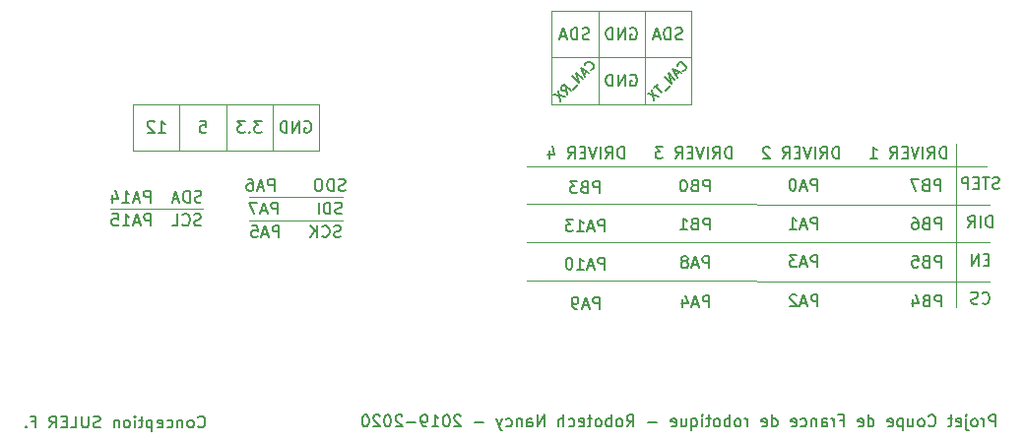
<source format=gbr>
G04 #@! TF.GenerationSoftware,KiCad,Pcbnew,(5.1.5)-3*
G04 #@! TF.CreationDate,2019-12-18T01:06:06+01:00*
G04 #@! TF.ProjectId,CarteMoteur,43617274-654d-46f7-9465-75722e6b6963,rev?*
G04 #@! TF.SameCoordinates,Original*
G04 #@! TF.FileFunction,Legend,Bot*
G04 #@! TF.FilePolarity,Positive*
%FSLAX46Y46*%
G04 Gerber Fmt 4.6, Leading zero omitted, Abs format (unit mm)*
G04 Created by KiCad (PCBNEW (5.1.5)-3) date 2019-12-18 01:06:06*
%MOMM*%
%LPD*%
G04 APERTURE LIST*
%ADD10C,0.120000*%
%ADD11C,0.150000*%
G04 APERTURE END LIST*
D10*
X104000000Y-47000000D02*
X96000000Y-47000000D01*
D11*
X103833333Y-48404761D02*
X103690476Y-48452380D01*
X103452380Y-48452380D01*
X103357142Y-48404761D01*
X103309523Y-48357142D01*
X103261904Y-48261904D01*
X103261904Y-48166666D01*
X103309523Y-48071428D01*
X103357142Y-48023809D01*
X103452380Y-47976190D01*
X103642857Y-47928571D01*
X103738095Y-47880952D01*
X103785714Y-47833333D01*
X103833333Y-47738095D01*
X103833333Y-47642857D01*
X103785714Y-47547619D01*
X103738095Y-47500000D01*
X103642857Y-47452380D01*
X103404761Y-47452380D01*
X103261904Y-47500000D01*
X102261904Y-48357142D02*
X102309523Y-48404761D01*
X102452380Y-48452380D01*
X102547619Y-48452380D01*
X102690476Y-48404761D01*
X102785714Y-48309523D01*
X102833333Y-48214285D01*
X102880952Y-48023809D01*
X102880952Y-47880952D01*
X102833333Y-47690476D01*
X102785714Y-47595238D01*
X102690476Y-47500000D01*
X102547619Y-47452380D01*
X102452380Y-47452380D01*
X102309523Y-47500000D01*
X102261904Y-47547619D01*
X101357142Y-48452380D02*
X101833333Y-48452380D01*
X101833333Y-47452380D01*
X99500000Y-48452380D02*
X99500000Y-47452380D01*
X99119047Y-47452380D01*
X99023809Y-47500000D01*
X98976190Y-47547619D01*
X98928571Y-47642857D01*
X98928571Y-47785714D01*
X98976190Y-47880952D01*
X99023809Y-47928571D01*
X99119047Y-47976190D01*
X99500000Y-47976190D01*
X98547619Y-48166666D02*
X98071428Y-48166666D01*
X98642857Y-48452380D02*
X98309523Y-47452380D01*
X97976190Y-48452380D01*
X97119047Y-48452380D02*
X97690476Y-48452380D01*
X97404761Y-48452380D02*
X97404761Y-47452380D01*
X97500000Y-47595238D01*
X97595238Y-47690476D01*
X97690476Y-47738095D01*
X96214285Y-47452380D02*
X96690476Y-47452380D01*
X96738095Y-47928571D01*
X96690476Y-47880952D01*
X96595238Y-47833333D01*
X96357142Y-47833333D01*
X96261904Y-47880952D01*
X96214285Y-47928571D01*
X96166666Y-48023809D01*
X96166666Y-48261904D01*
X96214285Y-48357142D01*
X96261904Y-48404761D01*
X96357142Y-48452380D01*
X96595238Y-48452380D01*
X96690476Y-48404761D01*
X96738095Y-48357142D01*
X103857142Y-46404761D02*
X103714285Y-46452380D01*
X103476190Y-46452380D01*
X103380952Y-46404761D01*
X103333333Y-46357142D01*
X103285714Y-46261904D01*
X103285714Y-46166666D01*
X103333333Y-46071428D01*
X103380952Y-46023809D01*
X103476190Y-45976190D01*
X103666666Y-45928571D01*
X103761904Y-45880952D01*
X103809523Y-45833333D01*
X103857142Y-45738095D01*
X103857142Y-45642857D01*
X103809523Y-45547619D01*
X103761904Y-45500000D01*
X103666666Y-45452380D01*
X103428571Y-45452380D01*
X103285714Y-45500000D01*
X102857142Y-46452380D02*
X102857142Y-45452380D01*
X102619047Y-45452380D01*
X102476190Y-45500000D01*
X102380952Y-45595238D01*
X102333333Y-45690476D01*
X102285714Y-45880952D01*
X102285714Y-46023809D01*
X102333333Y-46214285D01*
X102380952Y-46309523D01*
X102476190Y-46404761D01*
X102619047Y-46452380D01*
X102857142Y-46452380D01*
X101904761Y-46166666D02*
X101428571Y-46166666D01*
X102000000Y-46452380D02*
X101666666Y-45452380D01*
X101333333Y-46452380D01*
X99476190Y-46452380D02*
X99476190Y-45452380D01*
X99095238Y-45452380D01*
X99000000Y-45500000D01*
X98952380Y-45547619D01*
X98904761Y-45642857D01*
X98904761Y-45785714D01*
X98952380Y-45880952D01*
X99000000Y-45928571D01*
X99095238Y-45976190D01*
X99476190Y-45976190D01*
X98523809Y-46166666D02*
X98047619Y-46166666D01*
X98619047Y-46452380D02*
X98285714Y-45452380D01*
X97952380Y-46452380D01*
X97095238Y-46452380D02*
X97666666Y-46452380D01*
X97380952Y-46452380D02*
X97380952Y-45452380D01*
X97476190Y-45595238D01*
X97571428Y-45690476D01*
X97666666Y-45738095D01*
X96238095Y-45785714D02*
X96238095Y-46452380D01*
X96476190Y-45404761D02*
X96714285Y-46119047D01*
X96095238Y-46119047D01*
X115833333Y-49404761D02*
X115690476Y-49452380D01*
X115452380Y-49452380D01*
X115357142Y-49404761D01*
X115309523Y-49357142D01*
X115261904Y-49261904D01*
X115261904Y-49166666D01*
X115309523Y-49071428D01*
X115357142Y-49023809D01*
X115452380Y-48976190D01*
X115642857Y-48928571D01*
X115738095Y-48880952D01*
X115785714Y-48833333D01*
X115833333Y-48738095D01*
X115833333Y-48642857D01*
X115785714Y-48547619D01*
X115738095Y-48500000D01*
X115642857Y-48452380D01*
X115404761Y-48452380D01*
X115261904Y-48500000D01*
X114261904Y-49357142D02*
X114309523Y-49404761D01*
X114452380Y-49452380D01*
X114547619Y-49452380D01*
X114690476Y-49404761D01*
X114785714Y-49309523D01*
X114833333Y-49214285D01*
X114880952Y-49023809D01*
X114880952Y-48880952D01*
X114833333Y-48690476D01*
X114785714Y-48595238D01*
X114690476Y-48500000D01*
X114547619Y-48452380D01*
X114452380Y-48452380D01*
X114309523Y-48500000D01*
X114261904Y-48547619D01*
X113833333Y-49452380D02*
X113833333Y-48452380D01*
X113261904Y-49452380D02*
X113690476Y-48880952D01*
X113261904Y-48452380D02*
X113833333Y-49023809D01*
X110547619Y-49452380D02*
X110547619Y-48452380D01*
X110166666Y-48452380D01*
X110071428Y-48500000D01*
X110023809Y-48547619D01*
X109976190Y-48642857D01*
X109976190Y-48785714D01*
X110023809Y-48880952D01*
X110071428Y-48928571D01*
X110166666Y-48976190D01*
X110547619Y-48976190D01*
X109595238Y-49166666D02*
X109119047Y-49166666D01*
X109690476Y-49452380D02*
X109357142Y-48452380D01*
X109023809Y-49452380D01*
X108214285Y-48452380D02*
X108690476Y-48452380D01*
X108738095Y-48928571D01*
X108690476Y-48880952D01*
X108595238Y-48833333D01*
X108357142Y-48833333D01*
X108261904Y-48880952D01*
X108214285Y-48928571D01*
X108166666Y-49023809D01*
X108166666Y-49261904D01*
X108214285Y-49357142D01*
X108261904Y-49404761D01*
X108357142Y-49452380D01*
X108595238Y-49452380D01*
X108690476Y-49404761D01*
X108738095Y-49357142D01*
X115952380Y-47404761D02*
X115809523Y-47452380D01*
X115571428Y-47452380D01*
X115476190Y-47404761D01*
X115428571Y-47357142D01*
X115380952Y-47261904D01*
X115380952Y-47166666D01*
X115428571Y-47071428D01*
X115476190Y-47023809D01*
X115571428Y-46976190D01*
X115761904Y-46928571D01*
X115857142Y-46880952D01*
X115904761Y-46833333D01*
X115952380Y-46738095D01*
X115952380Y-46642857D01*
X115904761Y-46547619D01*
X115857142Y-46500000D01*
X115761904Y-46452380D01*
X115523809Y-46452380D01*
X115380952Y-46500000D01*
X114952380Y-47452380D02*
X114952380Y-46452380D01*
X114714285Y-46452380D01*
X114571428Y-46500000D01*
X114476190Y-46595238D01*
X114428571Y-46690476D01*
X114380952Y-46880952D01*
X114380952Y-47023809D01*
X114428571Y-47214285D01*
X114476190Y-47309523D01*
X114571428Y-47404761D01*
X114714285Y-47452380D01*
X114952380Y-47452380D01*
X113952380Y-47452380D02*
X113952380Y-46452380D01*
X110428571Y-47452380D02*
X110428571Y-46452380D01*
X110047619Y-46452380D01*
X109952380Y-46500000D01*
X109904761Y-46547619D01*
X109857142Y-46642857D01*
X109857142Y-46785714D01*
X109904761Y-46880952D01*
X109952380Y-46928571D01*
X110047619Y-46976190D01*
X110428571Y-46976190D01*
X109476190Y-47166666D02*
X109000000Y-47166666D01*
X109571428Y-47452380D02*
X109238095Y-46452380D01*
X108904761Y-47452380D01*
X108666666Y-46452380D02*
X108000000Y-46452380D01*
X108428571Y-47452380D01*
X116238095Y-45404761D02*
X116095238Y-45452380D01*
X115857142Y-45452380D01*
X115761904Y-45404761D01*
X115714285Y-45357142D01*
X115666666Y-45261904D01*
X115666666Y-45166666D01*
X115714285Y-45071428D01*
X115761904Y-45023809D01*
X115857142Y-44976190D01*
X116047619Y-44928571D01*
X116142857Y-44880952D01*
X116190476Y-44833333D01*
X116238095Y-44738095D01*
X116238095Y-44642857D01*
X116190476Y-44547619D01*
X116142857Y-44500000D01*
X116047619Y-44452380D01*
X115809523Y-44452380D01*
X115666666Y-44500000D01*
X115238095Y-45452380D02*
X115238095Y-44452380D01*
X115000000Y-44452380D01*
X114857142Y-44500000D01*
X114761904Y-44595238D01*
X114714285Y-44690476D01*
X114666666Y-44880952D01*
X114666666Y-45023809D01*
X114714285Y-45214285D01*
X114761904Y-45309523D01*
X114857142Y-45404761D01*
X115000000Y-45452380D01*
X115238095Y-45452380D01*
X114047619Y-44452380D02*
X113857142Y-44452380D01*
X113761904Y-44500000D01*
X113666666Y-44595238D01*
X113619047Y-44785714D01*
X113619047Y-45119047D01*
X113666666Y-45309523D01*
X113761904Y-45404761D01*
X113857142Y-45452380D01*
X114047619Y-45452380D01*
X114142857Y-45404761D01*
X114238095Y-45309523D01*
X114285714Y-45119047D01*
X114285714Y-44785714D01*
X114238095Y-44595238D01*
X114142857Y-44500000D01*
X114047619Y-44452380D01*
X110142857Y-45452380D02*
X110142857Y-44452380D01*
X109761904Y-44452380D01*
X109666666Y-44500000D01*
X109619047Y-44547619D01*
X109571428Y-44642857D01*
X109571428Y-44785714D01*
X109619047Y-44880952D01*
X109666666Y-44928571D01*
X109761904Y-44976190D01*
X110142857Y-44976190D01*
X109190476Y-45166666D02*
X108714285Y-45166666D01*
X109285714Y-45452380D02*
X108952380Y-44452380D01*
X108619047Y-45452380D01*
X107857142Y-44452380D02*
X108047619Y-44452380D01*
X108142857Y-44500000D01*
X108190476Y-44547619D01*
X108285714Y-44690476D01*
X108333333Y-44880952D01*
X108333333Y-45261904D01*
X108285714Y-45357142D01*
X108238095Y-45404761D01*
X108142857Y-45452380D01*
X107952380Y-45452380D01*
X107857142Y-45404761D01*
X107809523Y-45357142D01*
X107761904Y-45261904D01*
X107761904Y-45023809D01*
X107809523Y-44928571D01*
X107857142Y-44880952D01*
X107952380Y-44833333D01*
X108142857Y-44833333D01*
X108238095Y-44880952D01*
X108285714Y-44928571D01*
X108333333Y-45023809D01*
D10*
X116000000Y-48000000D02*
X108000000Y-48000000D01*
X116000000Y-46000000D02*
X108000000Y-46000000D01*
D11*
X140761904Y-35500000D02*
X140857142Y-35452380D01*
X141000000Y-35452380D01*
X141142857Y-35500000D01*
X141238095Y-35595238D01*
X141285714Y-35690476D01*
X141333333Y-35880952D01*
X141333333Y-36023809D01*
X141285714Y-36214285D01*
X141238095Y-36309523D01*
X141142857Y-36404761D01*
X141000000Y-36452380D01*
X140904761Y-36452380D01*
X140761904Y-36404761D01*
X140714285Y-36357142D01*
X140714285Y-36023809D01*
X140904761Y-36023809D01*
X140285714Y-36452380D02*
X140285714Y-35452380D01*
X139714285Y-36452380D01*
X139714285Y-35452380D01*
X139238095Y-36452380D02*
X139238095Y-35452380D01*
X139000000Y-35452380D01*
X138857142Y-35500000D01*
X138761904Y-35595238D01*
X138714285Y-35690476D01*
X138666666Y-35880952D01*
X138666666Y-36023809D01*
X138714285Y-36214285D01*
X138761904Y-36309523D01*
X138857142Y-36404761D01*
X139000000Y-36452380D01*
X139238095Y-36452380D01*
X140761904Y-31500000D02*
X140857142Y-31452380D01*
X141000000Y-31452380D01*
X141142857Y-31500000D01*
X141238095Y-31595238D01*
X141285714Y-31690476D01*
X141333333Y-31880952D01*
X141333333Y-32023809D01*
X141285714Y-32214285D01*
X141238095Y-32309523D01*
X141142857Y-32404761D01*
X141000000Y-32452380D01*
X140904761Y-32452380D01*
X140761904Y-32404761D01*
X140714285Y-32357142D01*
X140714285Y-32023809D01*
X140904761Y-32023809D01*
X140285714Y-32452380D02*
X140285714Y-31452380D01*
X139714285Y-32452380D01*
X139714285Y-31452380D01*
X139238095Y-32452380D02*
X139238095Y-31452380D01*
X139000000Y-31452380D01*
X138857142Y-31500000D01*
X138761904Y-31595238D01*
X138714285Y-31690476D01*
X138666666Y-31880952D01*
X138666666Y-32023809D01*
X138714285Y-32214285D01*
X138761904Y-32309523D01*
X138857142Y-32404761D01*
X139000000Y-32452380D01*
X139238095Y-32452380D01*
X137333401Y-35070659D02*
X137387276Y-35070659D01*
X137495025Y-35016784D01*
X137548900Y-34962910D01*
X137602775Y-34855160D01*
X137602775Y-34747410D01*
X137575837Y-34666598D01*
X137495025Y-34531911D01*
X137414213Y-34451099D01*
X137279526Y-34370287D01*
X137198714Y-34343349D01*
X137090964Y-34343349D01*
X136983215Y-34397224D01*
X136929340Y-34451099D01*
X136875465Y-34558849D01*
X136875465Y-34612723D01*
X137010152Y-35178409D02*
X136740778Y-35447783D01*
X137225651Y-35286158D02*
X136471404Y-34909035D01*
X136848528Y-35663282D01*
X136659966Y-35851844D02*
X136094280Y-35286158D01*
X136336717Y-36175093D01*
X135771032Y-35609407D01*
X136255905Y-36363654D02*
X135824906Y-36794653D01*
X135313096Y-37198714D02*
X135232284Y-36740778D01*
X135636345Y-36875465D02*
X135070659Y-36309780D01*
X134855160Y-36525279D01*
X134828223Y-36606091D01*
X134828223Y-36659966D01*
X134855160Y-36740778D01*
X134935972Y-36821590D01*
X135016784Y-36848528D01*
X135070659Y-36848528D01*
X135151471Y-36821590D01*
X135366971Y-36606091D01*
X134558849Y-36821590D02*
X134747410Y-37764399D01*
X134181725Y-37198714D02*
X135124534Y-37387276D01*
X137214285Y-32404761D02*
X137071428Y-32452380D01*
X136833333Y-32452380D01*
X136738095Y-32404761D01*
X136690476Y-32357142D01*
X136642857Y-32261904D01*
X136642857Y-32166666D01*
X136690476Y-32071428D01*
X136738095Y-32023809D01*
X136833333Y-31976190D01*
X137023809Y-31928571D01*
X137119047Y-31880952D01*
X137166666Y-31833333D01*
X137214285Y-31738095D01*
X137214285Y-31642857D01*
X137166666Y-31547619D01*
X137119047Y-31500000D01*
X137023809Y-31452380D01*
X136785714Y-31452380D01*
X136642857Y-31500000D01*
X136214285Y-32452380D02*
X136214285Y-31452380D01*
X135976190Y-31452380D01*
X135833333Y-31500000D01*
X135738095Y-31595238D01*
X135690476Y-31690476D01*
X135642857Y-31880952D01*
X135642857Y-32023809D01*
X135690476Y-32214285D01*
X135738095Y-32309523D01*
X135833333Y-32404761D01*
X135976190Y-32452380D01*
X136214285Y-32452380D01*
X135261904Y-32166666D02*
X134785714Y-32166666D01*
X135357142Y-32452380D02*
X135023809Y-31452380D01*
X134690476Y-32452380D01*
X145266057Y-35138003D02*
X145319932Y-35138003D01*
X145427682Y-35084128D01*
X145481557Y-35030253D01*
X145535431Y-34922503D01*
X145535431Y-34814754D01*
X145508494Y-34733942D01*
X145427682Y-34599255D01*
X145346870Y-34518442D01*
X145212183Y-34437630D01*
X145131370Y-34410693D01*
X145023621Y-34410693D01*
X144915871Y-34464568D01*
X144861996Y-34518442D01*
X144808122Y-34626192D01*
X144808122Y-34680067D01*
X144942809Y-35245752D02*
X144673435Y-35515126D01*
X145158308Y-35353502D02*
X144404061Y-34976378D01*
X144781184Y-35730625D01*
X144592622Y-35919187D02*
X144026937Y-35353502D01*
X144269374Y-36242436D01*
X143703688Y-35676751D01*
X144188561Y-36430998D02*
X143757563Y-36861996D01*
X143084128Y-36296311D02*
X142760879Y-36619560D01*
X143488189Y-37023621D02*
X142922503Y-36457935D01*
X142626192Y-36754247D02*
X142814754Y-37697056D01*
X142249068Y-37131370D02*
X143191877Y-37319932D01*
X145214285Y-32404761D02*
X145071428Y-32452380D01*
X144833333Y-32452380D01*
X144738095Y-32404761D01*
X144690476Y-32357142D01*
X144642857Y-32261904D01*
X144642857Y-32166666D01*
X144690476Y-32071428D01*
X144738095Y-32023809D01*
X144833333Y-31976190D01*
X145023809Y-31928571D01*
X145119047Y-31880952D01*
X145166666Y-31833333D01*
X145214285Y-31738095D01*
X145214285Y-31642857D01*
X145166666Y-31547619D01*
X145119047Y-31500000D01*
X145023809Y-31452380D01*
X144785714Y-31452380D01*
X144642857Y-31500000D01*
X144214285Y-32452380D02*
X144214285Y-31452380D01*
X143976190Y-31452380D01*
X143833333Y-31500000D01*
X143738095Y-31595238D01*
X143690476Y-31690476D01*
X143642857Y-31880952D01*
X143642857Y-32023809D01*
X143690476Y-32214285D01*
X143738095Y-32309523D01*
X143833333Y-32404761D01*
X143976190Y-32452380D01*
X144214285Y-32452380D01*
X143261904Y-32166666D02*
X142785714Y-32166666D01*
X143357142Y-32452380D02*
X143023809Y-31452380D01*
X142690476Y-32452380D01*
D10*
X134000000Y-34000000D02*
X138000000Y-34000000D01*
X134000000Y-38000000D02*
X134000000Y-34000000D01*
X138000000Y-34000000D02*
X138000000Y-38000000D01*
X138000000Y-38000000D02*
X134000000Y-38000000D01*
X138000000Y-34000000D02*
X142000000Y-34000000D01*
X138000000Y-38000000D02*
X138000000Y-34000000D01*
X142000000Y-34000000D02*
X142000000Y-38000000D01*
X142000000Y-38000000D02*
X138000000Y-38000000D01*
X142000000Y-34000000D02*
X146000000Y-34000000D01*
X142000000Y-38000000D02*
X142000000Y-34000000D01*
X146000000Y-34000000D02*
X146000000Y-38000000D01*
X146000000Y-38000000D02*
X142000000Y-38000000D01*
X134000000Y-30000000D02*
X138000000Y-30000000D01*
X134000000Y-34000000D02*
X134000000Y-30000000D01*
X138000000Y-30000000D02*
X138000000Y-34000000D01*
X138000000Y-34000000D02*
X134000000Y-34000000D01*
X138000000Y-30000000D02*
X142000000Y-30000000D01*
X138000000Y-34000000D02*
X138000000Y-30000000D01*
X142000000Y-30000000D02*
X142000000Y-34000000D01*
X142000000Y-34000000D02*
X138000000Y-34000000D01*
X142000000Y-30000000D02*
X146000000Y-30000000D01*
X142000000Y-34000000D02*
X142000000Y-30000000D01*
X146000000Y-34000000D02*
X142000000Y-34000000D01*
X146000000Y-30000000D02*
X146000000Y-34000000D01*
D11*
X100190476Y-40452380D02*
X100761904Y-40452380D01*
X100476190Y-40452380D02*
X100476190Y-39452380D01*
X100571428Y-39595238D01*
X100666666Y-39690476D01*
X100761904Y-39738095D01*
X99809523Y-39547619D02*
X99761904Y-39500000D01*
X99666666Y-39452380D01*
X99428571Y-39452380D01*
X99333333Y-39500000D01*
X99285714Y-39547619D01*
X99238095Y-39642857D01*
X99238095Y-39738095D01*
X99285714Y-39880952D01*
X99857142Y-40452380D01*
X99238095Y-40452380D01*
X103761904Y-39452380D02*
X104238095Y-39452380D01*
X104285714Y-39928571D01*
X104238095Y-39880952D01*
X104142857Y-39833333D01*
X103904761Y-39833333D01*
X103809523Y-39880952D01*
X103761904Y-39928571D01*
X103714285Y-40023809D01*
X103714285Y-40261904D01*
X103761904Y-40357142D01*
X103809523Y-40404761D01*
X103904761Y-40452380D01*
X104142857Y-40452380D01*
X104238095Y-40404761D01*
X104285714Y-40357142D01*
X109047619Y-39452380D02*
X108428571Y-39452380D01*
X108761904Y-39833333D01*
X108619047Y-39833333D01*
X108523809Y-39880952D01*
X108476190Y-39928571D01*
X108428571Y-40023809D01*
X108428571Y-40261904D01*
X108476190Y-40357142D01*
X108523809Y-40404761D01*
X108619047Y-40452380D01*
X108904761Y-40452380D01*
X109000000Y-40404761D01*
X109047619Y-40357142D01*
X108000000Y-40357142D02*
X107952380Y-40404761D01*
X108000000Y-40452380D01*
X108047619Y-40404761D01*
X108000000Y-40357142D01*
X108000000Y-40452380D01*
X107619047Y-39452380D02*
X107000000Y-39452380D01*
X107333333Y-39833333D01*
X107190476Y-39833333D01*
X107095238Y-39880952D01*
X107047619Y-39928571D01*
X107000000Y-40023809D01*
X107000000Y-40261904D01*
X107047619Y-40357142D01*
X107095238Y-40404761D01*
X107190476Y-40452380D01*
X107476190Y-40452380D01*
X107571428Y-40404761D01*
X107619047Y-40357142D01*
X112761904Y-39500000D02*
X112857142Y-39452380D01*
X113000000Y-39452380D01*
X113142857Y-39500000D01*
X113238095Y-39595238D01*
X113285714Y-39690476D01*
X113333333Y-39880952D01*
X113333333Y-40023809D01*
X113285714Y-40214285D01*
X113238095Y-40309523D01*
X113142857Y-40404761D01*
X113000000Y-40452380D01*
X112904761Y-40452380D01*
X112761904Y-40404761D01*
X112714285Y-40357142D01*
X112714285Y-40023809D01*
X112904761Y-40023809D01*
X112285714Y-40452380D02*
X112285714Y-39452380D01*
X111714285Y-40452380D01*
X111714285Y-39452380D01*
X111238095Y-40452380D02*
X111238095Y-39452380D01*
X111000000Y-39452380D01*
X110857142Y-39500000D01*
X110761904Y-39595238D01*
X110714285Y-39690476D01*
X110666666Y-39880952D01*
X110666666Y-40023809D01*
X110714285Y-40214285D01*
X110761904Y-40309523D01*
X110857142Y-40404761D01*
X111000000Y-40452380D01*
X111238095Y-40452380D01*
D10*
X106000000Y-38000000D02*
X102000000Y-38000000D01*
X98000000Y-42000000D02*
X110000000Y-42000000D01*
X98000000Y-38000000D02*
X98000000Y-42000000D01*
X102000000Y-38000000D02*
X98000000Y-38000000D01*
X102000000Y-42000000D02*
X102000000Y-38000000D01*
X106000000Y-42000000D02*
X102000000Y-42000000D01*
X106000000Y-38000000D02*
X106000000Y-42000000D01*
X110000000Y-38000000D02*
X106000000Y-38000000D01*
X110000000Y-38000000D02*
X114000000Y-38000000D01*
X110000000Y-42000000D02*
X110000000Y-38000000D01*
X114000000Y-42000000D02*
X110000000Y-42000000D01*
X114000000Y-38000000D02*
X114000000Y-42000000D01*
D11*
X156868666Y-55392580D02*
X156868666Y-54392580D01*
X156487714Y-54392580D01*
X156392476Y-54440200D01*
X156344857Y-54487819D01*
X156297238Y-54583057D01*
X156297238Y-54725914D01*
X156344857Y-54821152D01*
X156392476Y-54868771D01*
X156487714Y-54916390D01*
X156868666Y-54916390D01*
X155916285Y-55106866D02*
X155440095Y-55106866D01*
X156011523Y-55392580D02*
X155678190Y-54392580D01*
X155344857Y-55392580D01*
X155059142Y-54487819D02*
X155011523Y-54440200D01*
X154916285Y-54392580D01*
X154678190Y-54392580D01*
X154582952Y-54440200D01*
X154535333Y-54487819D01*
X154487714Y-54583057D01*
X154487714Y-54678295D01*
X154535333Y-54821152D01*
X155106761Y-55392580D01*
X154487714Y-55392580D01*
X138098066Y-55595780D02*
X138098066Y-54595780D01*
X137717114Y-54595780D01*
X137621876Y-54643400D01*
X137574257Y-54691019D01*
X137526638Y-54786257D01*
X137526638Y-54929114D01*
X137574257Y-55024352D01*
X137621876Y-55071971D01*
X137717114Y-55119590D01*
X138098066Y-55119590D01*
X137145685Y-55310066D02*
X136669495Y-55310066D01*
X137240923Y-55595780D02*
X136907590Y-54595780D01*
X136574257Y-55595780D01*
X136193304Y-55595780D02*
X136002828Y-55595780D01*
X135907590Y-55548161D01*
X135859971Y-55500542D01*
X135764733Y-55357685D01*
X135717114Y-55167209D01*
X135717114Y-54786257D01*
X135764733Y-54691019D01*
X135812352Y-54643400D01*
X135907590Y-54595780D01*
X136098066Y-54595780D01*
X136193304Y-54643400D01*
X136240923Y-54691019D01*
X136288542Y-54786257D01*
X136288542Y-55024352D01*
X136240923Y-55119590D01*
X136193304Y-55167209D01*
X136098066Y-55214828D01*
X135907590Y-55214828D01*
X135812352Y-55167209D01*
X135764733Y-55119590D01*
X135717114Y-55024352D01*
X147546866Y-55468780D02*
X147546866Y-54468780D01*
X147165914Y-54468780D01*
X147070676Y-54516400D01*
X147023057Y-54564019D01*
X146975438Y-54659257D01*
X146975438Y-54802114D01*
X147023057Y-54897352D01*
X147070676Y-54944971D01*
X147165914Y-54992590D01*
X147546866Y-54992590D01*
X146594485Y-55183066D02*
X146118295Y-55183066D01*
X146689723Y-55468780D02*
X146356390Y-54468780D01*
X146023057Y-55468780D01*
X145261152Y-54802114D02*
X145261152Y-55468780D01*
X145499247Y-54421161D02*
X145737342Y-55135447D01*
X145118295Y-55135447D01*
X167506495Y-55417980D02*
X167506495Y-54417980D01*
X167125542Y-54417980D01*
X167030304Y-54465600D01*
X166982685Y-54513219D01*
X166935066Y-54608457D01*
X166935066Y-54751314D01*
X166982685Y-54846552D01*
X167030304Y-54894171D01*
X167125542Y-54941790D01*
X167506495Y-54941790D01*
X166173161Y-54894171D02*
X166030304Y-54941790D01*
X165982685Y-54989409D01*
X165935066Y-55084647D01*
X165935066Y-55227504D01*
X165982685Y-55322742D01*
X166030304Y-55370361D01*
X166125542Y-55417980D01*
X166506495Y-55417980D01*
X166506495Y-54417980D01*
X166173161Y-54417980D01*
X166077923Y-54465600D01*
X166030304Y-54513219D01*
X165982685Y-54608457D01*
X165982685Y-54703695D01*
X166030304Y-54798933D01*
X166077923Y-54846552D01*
X166173161Y-54894171D01*
X166506495Y-54894171D01*
X165077923Y-54751314D02*
X165077923Y-55417980D01*
X165316019Y-54370361D02*
X165554114Y-55084647D01*
X164935066Y-55084647D01*
X156843266Y-52014380D02*
X156843266Y-51014380D01*
X156462314Y-51014380D01*
X156367076Y-51062000D01*
X156319457Y-51109619D01*
X156271838Y-51204857D01*
X156271838Y-51347714D01*
X156319457Y-51442952D01*
X156367076Y-51490571D01*
X156462314Y-51538190D01*
X156843266Y-51538190D01*
X155890885Y-51728666D02*
X155414695Y-51728666D01*
X155986123Y-52014380D02*
X155652790Y-51014380D01*
X155319457Y-52014380D01*
X155081361Y-51014380D02*
X154462314Y-51014380D01*
X154795647Y-51395333D01*
X154652790Y-51395333D01*
X154557552Y-51442952D01*
X154509933Y-51490571D01*
X154462314Y-51585809D01*
X154462314Y-51823904D01*
X154509933Y-51919142D01*
X154557552Y-51966761D01*
X154652790Y-52014380D01*
X154938504Y-52014380D01*
X155033742Y-51966761D01*
X155081361Y-51919142D01*
X138548857Y-52217580D02*
X138548857Y-51217580D01*
X138167904Y-51217580D01*
X138072666Y-51265200D01*
X138025047Y-51312819D01*
X137977428Y-51408057D01*
X137977428Y-51550914D01*
X138025047Y-51646152D01*
X138072666Y-51693771D01*
X138167904Y-51741390D01*
X138548857Y-51741390D01*
X137596476Y-51931866D02*
X137120285Y-51931866D01*
X137691714Y-52217580D02*
X137358380Y-51217580D01*
X137025047Y-52217580D01*
X136167904Y-52217580D02*
X136739333Y-52217580D01*
X136453619Y-52217580D02*
X136453619Y-51217580D01*
X136548857Y-51360438D01*
X136644095Y-51455676D01*
X136739333Y-51503295D01*
X135548857Y-51217580D02*
X135453619Y-51217580D01*
X135358380Y-51265200D01*
X135310761Y-51312819D01*
X135263142Y-51408057D01*
X135215523Y-51598533D01*
X135215523Y-51836628D01*
X135263142Y-52027104D01*
X135310761Y-52122342D01*
X135358380Y-52169961D01*
X135453619Y-52217580D01*
X135548857Y-52217580D01*
X135644095Y-52169961D01*
X135691714Y-52122342D01*
X135739333Y-52027104D01*
X135786952Y-51836628D01*
X135786952Y-51598533D01*
X135739333Y-51408057D01*
X135691714Y-51312819D01*
X135644095Y-51265200D01*
X135548857Y-51217580D01*
X147521466Y-52090580D02*
X147521466Y-51090580D01*
X147140514Y-51090580D01*
X147045276Y-51138200D01*
X146997657Y-51185819D01*
X146950038Y-51281057D01*
X146950038Y-51423914D01*
X146997657Y-51519152D01*
X147045276Y-51566771D01*
X147140514Y-51614390D01*
X147521466Y-51614390D01*
X146569085Y-51804866D02*
X146092895Y-51804866D01*
X146664323Y-52090580D02*
X146330990Y-51090580D01*
X145997657Y-52090580D01*
X145521466Y-51519152D02*
X145616704Y-51471533D01*
X145664323Y-51423914D01*
X145711942Y-51328676D01*
X145711942Y-51281057D01*
X145664323Y-51185819D01*
X145616704Y-51138200D01*
X145521466Y-51090580D01*
X145330990Y-51090580D01*
X145235752Y-51138200D01*
X145188133Y-51185819D01*
X145140514Y-51281057D01*
X145140514Y-51328676D01*
X145188133Y-51423914D01*
X145235752Y-51471533D01*
X145330990Y-51519152D01*
X145521466Y-51519152D01*
X145616704Y-51566771D01*
X145664323Y-51614390D01*
X145711942Y-51709628D01*
X145711942Y-51900104D01*
X145664323Y-51995342D01*
X145616704Y-52042961D01*
X145521466Y-52090580D01*
X145330990Y-52090580D01*
X145235752Y-52042961D01*
X145188133Y-51995342D01*
X145140514Y-51900104D01*
X145140514Y-51709628D01*
X145188133Y-51614390D01*
X145235752Y-51566771D01*
X145330990Y-51519152D01*
X167481095Y-52039780D02*
X167481095Y-51039780D01*
X167100142Y-51039780D01*
X167004904Y-51087400D01*
X166957285Y-51135019D01*
X166909666Y-51230257D01*
X166909666Y-51373114D01*
X166957285Y-51468352D01*
X167004904Y-51515971D01*
X167100142Y-51563590D01*
X167481095Y-51563590D01*
X166147761Y-51515971D02*
X166004904Y-51563590D01*
X165957285Y-51611209D01*
X165909666Y-51706447D01*
X165909666Y-51849304D01*
X165957285Y-51944542D01*
X166004904Y-51992161D01*
X166100142Y-52039780D01*
X166481095Y-52039780D01*
X166481095Y-51039780D01*
X166147761Y-51039780D01*
X166052523Y-51087400D01*
X166004904Y-51135019D01*
X165957285Y-51230257D01*
X165957285Y-51325495D01*
X166004904Y-51420733D01*
X166052523Y-51468352D01*
X166147761Y-51515971D01*
X166481095Y-51515971D01*
X165004904Y-51039780D02*
X165481095Y-51039780D01*
X165528714Y-51515971D01*
X165481095Y-51468352D01*
X165385857Y-51420733D01*
X165147761Y-51420733D01*
X165052523Y-51468352D01*
X165004904Y-51515971D01*
X164957285Y-51611209D01*
X164957285Y-51849304D01*
X165004904Y-51944542D01*
X165052523Y-51992161D01*
X165147761Y-52039780D01*
X165385857Y-52039780D01*
X165481095Y-51992161D01*
X165528714Y-51944542D01*
X156843266Y-48737780D02*
X156843266Y-47737780D01*
X156462314Y-47737780D01*
X156367076Y-47785400D01*
X156319457Y-47833019D01*
X156271838Y-47928257D01*
X156271838Y-48071114D01*
X156319457Y-48166352D01*
X156367076Y-48213971D01*
X156462314Y-48261590D01*
X156843266Y-48261590D01*
X155890885Y-48452066D02*
X155414695Y-48452066D01*
X155986123Y-48737780D02*
X155652790Y-47737780D01*
X155319457Y-48737780D01*
X154462314Y-48737780D02*
X155033742Y-48737780D01*
X154748028Y-48737780D02*
X154748028Y-47737780D01*
X154843266Y-47880638D01*
X154938504Y-47975876D01*
X155033742Y-48023495D01*
X138548857Y-48940980D02*
X138548857Y-47940980D01*
X138167904Y-47940980D01*
X138072666Y-47988600D01*
X138025047Y-48036219D01*
X137977428Y-48131457D01*
X137977428Y-48274314D01*
X138025047Y-48369552D01*
X138072666Y-48417171D01*
X138167904Y-48464790D01*
X138548857Y-48464790D01*
X137596476Y-48655266D02*
X137120285Y-48655266D01*
X137691714Y-48940980D02*
X137358380Y-47940980D01*
X137025047Y-48940980D01*
X136167904Y-48940980D02*
X136739333Y-48940980D01*
X136453619Y-48940980D02*
X136453619Y-47940980D01*
X136548857Y-48083838D01*
X136644095Y-48179076D01*
X136739333Y-48226695D01*
X135834571Y-47940980D02*
X135215523Y-47940980D01*
X135548857Y-48321933D01*
X135406000Y-48321933D01*
X135310761Y-48369552D01*
X135263142Y-48417171D01*
X135215523Y-48512409D01*
X135215523Y-48750504D01*
X135263142Y-48845742D01*
X135310761Y-48893361D01*
X135406000Y-48940980D01*
X135691714Y-48940980D01*
X135786952Y-48893361D01*
X135834571Y-48845742D01*
X147592895Y-48813980D02*
X147592895Y-47813980D01*
X147211942Y-47813980D01*
X147116704Y-47861600D01*
X147069085Y-47909219D01*
X147021466Y-48004457D01*
X147021466Y-48147314D01*
X147069085Y-48242552D01*
X147116704Y-48290171D01*
X147211942Y-48337790D01*
X147592895Y-48337790D01*
X146259561Y-48290171D02*
X146116704Y-48337790D01*
X146069085Y-48385409D01*
X146021466Y-48480647D01*
X146021466Y-48623504D01*
X146069085Y-48718742D01*
X146116704Y-48766361D01*
X146211942Y-48813980D01*
X146592895Y-48813980D01*
X146592895Y-47813980D01*
X146259561Y-47813980D01*
X146164323Y-47861600D01*
X146116704Y-47909219D01*
X146069085Y-48004457D01*
X146069085Y-48099695D01*
X146116704Y-48194933D01*
X146164323Y-48242552D01*
X146259561Y-48290171D01*
X146592895Y-48290171D01*
X145069085Y-48813980D02*
X145640514Y-48813980D01*
X145354800Y-48813980D02*
X145354800Y-47813980D01*
X145450038Y-47956838D01*
X145545276Y-48052076D01*
X145640514Y-48099695D01*
X167481095Y-48763180D02*
X167481095Y-47763180D01*
X167100142Y-47763180D01*
X167004904Y-47810800D01*
X166957285Y-47858419D01*
X166909666Y-47953657D01*
X166909666Y-48096514D01*
X166957285Y-48191752D01*
X167004904Y-48239371D01*
X167100142Y-48286990D01*
X167481095Y-48286990D01*
X166147761Y-48239371D02*
X166004904Y-48286990D01*
X165957285Y-48334609D01*
X165909666Y-48429847D01*
X165909666Y-48572704D01*
X165957285Y-48667942D01*
X166004904Y-48715561D01*
X166100142Y-48763180D01*
X166481095Y-48763180D01*
X166481095Y-47763180D01*
X166147761Y-47763180D01*
X166052523Y-47810800D01*
X166004904Y-47858419D01*
X165957285Y-47953657D01*
X165957285Y-48048895D01*
X166004904Y-48144133D01*
X166052523Y-48191752D01*
X166147761Y-48239371D01*
X166481095Y-48239371D01*
X165052523Y-47763180D02*
X165243000Y-47763180D01*
X165338238Y-47810800D01*
X165385857Y-47858419D01*
X165481095Y-48001276D01*
X165528714Y-48191752D01*
X165528714Y-48572704D01*
X165481095Y-48667942D01*
X165433476Y-48715561D01*
X165338238Y-48763180D01*
X165147761Y-48763180D01*
X165052523Y-48715561D01*
X165004904Y-48667942D01*
X164957285Y-48572704D01*
X164957285Y-48334609D01*
X165004904Y-48239371D01*
X165052523Y-48191752D01*
X165147761Y-48144133D01*
X165338238Y-48144133D01*
X165433476Y-48191752D01*
X165481095Y-48239371D01*
X165528714Y-48334609D01*
X138118695Y-45638980D02*
X138118695Y-44638980D01*
X137737742Y-44638980D01*
X137642504Y-44686600D01*
X137594885Y-44734219D01*
X137547266Y-44829457D01*
X137547266Y-44972314D01*
X137594885Y-45067552D01*
X137642504Y-45115171D01*
X137737742Y-45162790D01*
X138118695Y-45162790D01*
X136785361Y-45115171D02*
X136642504Y-45162790D01*
X136594885Y-45210409D01*
X136547266Y-45305647D01*
X136547266Y-45448504D01*
X136594885Y-45543742D01*
X136642504Y-45591361D01*
X136737742Y-45638980D01*
X137118695Y-45638980D01*
X137118695Y-44638980D01*
X136785361Y-44638980D01*
X136690123Y-44686600D01*
X136642504Y-44734219D01*
X136594885Y-44829457D01*
X136594885Y-44924695D01*
X136642504Y-45019933D01*
X136690123Y-45067552D01*
X136785361Y-45115171D01*
X137118695Y-45115171D01*
X136213933Y-44638980D02*
X135594885Y-44638980D01*
X135928219Y-45019933D01*
X135785361Y-45019933D01*
X135690123Y-45067552D01*
X135642504Y-45115171D01*
X135594885Y-45210409D01*
X135594885Y-45448504D01*
X135642504Y-45543742D01*
X135690123Y-45591361D01*
X135785361Y-45638980D01*
X136071076Y-45638980D01*
X136166314Y-45591361D01*
X136213933Y-45543742D01*
X147567495Y-45511980D02*
X147567495Y-44511980D01*
X147186542Y-44511980D01*
X147091304Y-44559600D01*
X147043685Y-44607219D01*
X146996066Y-44702457D01*
X146996066Y-44845314D01*
X147043685Y-44940552D01*
X147091304Y-44988171D01*
X147186542Y-45035790D01*
X147567495Y-45035790D01*
X146234161Y-44988171D02*
X146091304Y-45035790D01*
X146043685Y-45083409D01*
X145996066Y-45178647D01*
X145996066Y-45321504D01*
X146043685Y-45416742D01*
X146091304Y-45464361D01*
X146186542Y-45511980D01*
X146567495Y-45511980D01*
X146567495Y-44511980D01*
X146234161Y-44511980D01*
X146138923Y-44559600D01*
X146091304Y-44607219D01*
X146043685Y-44702457D01*
X146043685Y-44797695D01*
X146091304Y-44892933D01*
X146138923Y-44940552D01*
X146234161Y-44988171D01*
X146567495Y-44988171D01*
X145377019Y-44511980D02*
X145281780Y-44511980D01*
X145186542Y-44559600D01*
X145138923Y-44607219D01*
X145091304Y-44702457D01*
X145043685Y-44892933D01*
X145043685Y-45131028D01*
X145091304Y-45321504D01*
X145138923Y-45416742D01*
X145186542Y-45464361D01*
X145281780Y-45511980D01*
X145377019Y-45511980D01*
X145472257Y-45464361D01*
X145519876Y-45416742D01*
X145567495Y-45321504D01*
X145615114Y-45131028D01*
X145615114Y-44892933D01*
X145567495Y-44702457D01*
X145519876Y-44607219D01*
X145472257Y-44559600D01*
X145377019Y-44511980D01*
X167455695Y-45461180D02*
X167455695Y-44461180D01*
X167074742Y-44461180D01*
X166979504Y-44508800D01*
X166931885Y-44556419D01*
X166884266Y-44651657D01*
X166884266Y-44794514D01*
X166931885Y-44889752D01*
X166979504Y-44937371D01*
X167074742Y-44984990D01*
X167455695Y-44984990D01*
X166122361Y-44937371D02*
X165979504Y-44984990D01*
X165931885Y-45032609D01*
X165884266Y-45127847D01*
X165884266Y-45270704D01*
X165931885Y-45365942D01*
X165979504Y-45413561D01*
X166074742Y-45461180D01*
X166455695Y-45461180D01*
X166455695Y-44461180D01*
X166122361Y-44461180D01*
X166027123Y-44508800D01*
X165979504Y-44556419D01*
X165931885Y-44651657D01*
X165931885Y-44746895D01*
X165979504Y-44842133D01*
X166027123Y-44889752D01*
X166122361Y-44937371D01*
X166455695Y-44937371D01*
X165550933Y-44461180D02*
X164884266Y-44461180D01*
X165312838Y-45461180D01*
X156817866Y-45435780D02*
X156817866Y-44435780D01*
X156436914Y-44435780D01*
X156341676Y-44483400D01*
X156294057Y-44531019D01*
X156246438Y-44626257D01*
X156246438Y-44769114D01*
X156294057Y-44864352D01*
X156341676Y-44911971D01*
X156436914Y-44959590D01*
X156817866Y-44959590D01*
X155865485Y-45150066D02*
X155389295Y-45150066D01*
X155960723Y-45435780D02*
X155627390Y-44435780D01*
X155294057Y-45435780D01*
X154770247Y-44435780D02*
X154675009Y-44435780D01*
X154579771Y-44483400D01*
X154532152Y-44531019D01*
X154484533Y-44626257D01*
X154436914Y-44816733D01*
X154436914Y-45054828D01*
X154484533Y-45245304D01*
X154532152Y-45340542D01*
X154579771Y-45388161D01*
X154675009Y-45435780D01*
X154770247Y-45435780D01*
X154865485Y-45388161D01*
X154913104Y-45340542D01*
X154960723Y-45245304D01*
X155008342Y-45054828D01*
X155008342Y-44816733D01*
X154960723Y-44626257D01*
X154913104Y-44531019D01*
X154865485Y-44483400D01*
X154770247Y-44435780D01*
D10*
X168809000Y-41430400D02*
X168809000Y-55430400D01*
X171627800Y-53289200D02*
X131876800Y-53213000D01*
X171627800Y-49911000D02*
X131876800Y-49834800D01*
X171678600Y-46634400D02*
X131876800Y-46558200D01*
X171424600Y-43332400D02*
X131876800Y-43332400D01*
D11*
X167920438Y-42667180D02*
X167920438Y-41667180D01*
X167682342Y-41667180D01*
X167539485Y-41714800D01*
X167444247Y-41810038D01*
X167396628Y-41905276D01*
X167349009Y-42095752D01*
X167349009Y-42238609D01*
X167396628Y-42429085D01*
X167444247Y-42524323D01*
X167539485Y-42619561D01*
X167682342Y-42667180D01*
X167920438Y-42667180D01*
X166349009Y-42667180D02*
X166682342Y-42190990D01*
X166920438Y-42667180D02*
X166920438Y-41667180D01*
X166539485Y-41667180D01*
X166444247Y-41714800D01*
X166396628Y-41762419D01*
X166349009Y-41857657D01*
X166349009Y-42000514D01*
X166396628Y-42095752D01*
X166444247Y-42143371D01*
X166539485Y-42190990D01*
X166920438Y-42190990D01*
X165920438Y-42667180D02*
X165920438Y-41667180D01*
X165587104Y-41667180D02*
X165253771Y-42667180D01*
X164920438Y-41667180D01*
X164587104Y-42143371D02*
X164253771Y-42143371D01*
X164110914Y-42667180D02*
X164587104Y-42667180D01*
X164587104Y-41667180D01*
X164110914Y-41667180D01*
X163110914Y-42667180D02*
X163444247Y-42190990D01*
X163682342Y-42667180D02*
X163682342Y-41667180D01*
X163301390Y-41667180D01*
X163206152Y-41714800D01*
X163158533Y-41762419D01*
X163110914Y-41857657D01*
X163110914Y-42000514D01*
X163158533Y-42095752D01*
X163206152Y-42143371D01*
X163301390Y-42190990D01*
X163682342Y-42190990D01*
X161396628Y-42667180D02*
X161968057Y-42667180D01*
X161682342Y-42667180D02*
X161682342Y-41667180D01*
X161777580Y-41810038D01*
X161872819Y-41905276D01*
X161968057Y-41952895D01*
X158682342Y-42667180D02*
X158682342Y-41667180D01*
X158444247Y-41667180D01*
X158301390Y-41714800D01*
X158206152Y-41810038D01*
X158158533Y-41905276D01*
X158110914Y-42095752D01*
X158110914Y-42238609D01*
X158158533Y-42429085D01*
X158206152Y-42524323D01*
X158301390Y-42619561D01*
X158444247Y-42667180D01*
X158682342Y-42667180D01*
X157110914Y-42667180D02*
X157444247Y-42190990D01*
X157682342Y-42667180D02*
X157682342Y-41667180D01*
X157301390Y-41667180D01*
X157206152Y-41714800D01*
X157158533Y-41762419D01*
X157110914Y-41857657D01*
X157110914Y-42000514D01*
X157158533Y-42095752D01*
X157206152Y-42143371D01*
X157301390Y-42190990D01*
X157682342Y-42190990D01*
X156682342Y-42667180D02*
X156682342Y-41667180D01*
X156349009Y-41667180D02*
X156015676Y-42667180D01*
X155682342Y-41667180D01*
X155349009Y-42143371D02*
X155015676Y-42143371D01*
X154872819Y-42667180D02*
X155349009Y-42667180D01*
X155349009Y-41667180D01*
X154872819Y-41667180D01*
X153872819Y-42667180D02*
X154206152Y-42190990D01*
X154444247Y-42667180D02*
X154444247Y-41667180D01*
X154063295Y-41667180D01*
X153968057Y-41714800D01*
X153920438Y-41762419D01*
X153872819Y-41857657D01*
X153872819Y-42000514D01*
X153920438Y-42095752D01*
X153968057Y-42143371D01*
X154063295Y-42190990D01*
X154444247Y-42190990D01*
X152729961Y-41762419D02*
X152682342Y-41714800D01*
X152587104Y-41667180D01*
X152349009Y-41667180D01*
X152253771Y-41714800D01*
X152206152Y-41762419D01*
X152158533Y-41857657D01*
X152158533Y-41952895D01*
X152206152Y-42095752D01*
X152777580Y-42667180D01*
X152158533Y-42667180D01*
X149444247Y-42667180D02*
X149444247Y-41667180D01*
X149206152Y-41667180D01*
X149063295Y-41714800D01*
X148968057Y-41810038D01*
X148920438Y-41905276D01*
X148872819Y-42095752D01*
X148872819Y-42238609D01*
X148920438Y-42429085D01*
X148968057Y-42524323D01*
X149063295Y-42619561D01*
X149206152Y-42667180D01*
X149444247Y-42667180D01*
X147872819Y-42667180D02*
X148206152Y-42190990D01*
X148444247Y-42667180D02*
X148444247Y-41667180D01*
X148063295Y-41667180D01*
X147968057Y-41714800D01*
X147920438Y-41762419D01*
X147872819Y-41857657D01*
X147872819Y-42000514D01*
X147920438Y-42095752D01*
X147968057Y-42143371D01*
X148063295Y-42190990D01*
X148444247Y-42190990D01*
X147444247Y-42667180D02*
X147444247Y-41667180D01*
X147110914Y-41667180D02*
X146777580Y-42667180D01*
X146444247Y-41667180D01*
X146110914Y-42143371D02*
X145777580Y-42143371D01*
X145634723Y-42667180D02*
X146110914Y-42667180D01*
X146110914Y-41667180D01*
X145634723Y-41667180D01*
X144634723Y-42667180D02*
X144968057Y-42190990D01*
X145206152Y-42667180D02*
X145206152Y-41667180D01*
X144825200Y-41667180D01*
X144729961Y-41714800D01*
X144682342Y-41762419D01*
X144634723Y-41857657D01*
X144634723Y-42000514D01*
X144682342Y-42095752D01*
X144729961Y-42143371D01*
X144825200Y-42190990D01*
X145206152Y-42190990D01*
X143539485Y-41667180D02*
X142920438Y-41667180D01*
X143253771Y-42048133D01*
X143110914Y-42048133D01*
X143015676Y-42095752D01*
X142968057Y-42143371D01*
X142920438Y-42238609D01*
X142920438Y-42476704D01*
X142968057Y-42571942D01*
X143015676Y-42619561D01*
X143110914Y-42667180D01*
X143396628Y-42667180D01*
X143491866Y-42619561D01*
X143539485Y-42571942D01*
X140206152Y-42667180D02*
X140206152Y-41667180D01*
X139968057Y-41667180D01*
X139825200Y-41714800D01*
X139729961Y-41810038D01*
X139682342Y-41905276D01*
X139634723Y-42095752D01*
X139634723Y-42238609D01*
X139682342Y-42429085D01*
X139729961Y-42524323D01*
X139825200Y-42619561D01*
X139968057Y-42667180D01*
X140206152Y-42667180D01*
X138634723Y-42667180D02*
X138968057Y-42190990D01*
X139206152Y-42667180D02*
X139206152Y-41667180D01*
X138825200Y-41667180D01*
X138729961Y-41714800D01*
X138682342Y-41762419D01*
X138634723Y-41857657D01*
X138634723Y-42000514D01*
X138682342Y-42095752D01*
X138729961Y-42143371D01*
X138825200Y-42190990D01*
X139206152Y-42190990D01*
X138206152Y-42667180D02*
X138206152Y-41667180D01*
X137872819Y-41667180D02*
X137539485Y-42667180D01*
X137206152Y-41667180D01*
X136872819Y-42143371D02*
X136539485Y-42143371D01*
X136396628Y-42667180D02*
X136872819Y-42667180D01*
X136872819Y-41667180D01*
X136396628Y-41667180D01*
X135396628Y-42667180D02*
X135729961Y-42190990D01*
X135968057Y-42667180D02*
X135968057Y-41667180D01*
X135587104Y-41667180D01*
X135491866Y-41714800D01*
X135444247Y-41762419D01*
X135396628Y-41857657D01*
X135396628Y-42000514D01*
X135444247Y-42095752D01*
X135491866Y-42143371D01*
X135587104Y-42190990D01*
X135968057Y-42190990D01*
X133777580Y-42000514D02*
X133777580Y-42667180D01*
X134015676Y-41619561D02*
X134253771Y-42333847D01*
X133634723Y-42333847D01*
X172484847Y-45238761D02*
X172341990Y-45286380D01*
X172103895Y-45286380D01*
X172008657Y-45238761D01*
X171961038Y-45191142D01*
X171913419Y-45095904D01*
X171913419Y-45000666D01*
X171961038Y-44905428D01*
X172008657Y-44857809D01*
X172103895Y-44810190D01*
X172294371Y-44762571D01*
X172389609Y-44714952D01*
X172437228Y-44667333D01*
X172484847Y-44572095D01*
X172484847Y-44476857D01*
X172437228Y-44381619D01*
X172389609Y-44334000D01*
X172294371Y-44286380D01*
X172056276Y-44286380D01*
X171913419Y-44334000D01*
X171627704Y-44286380D02*
X171056276Y-44286380D01*
X171341990Y-45286380D02*
X171341990Y-44286380D01*
X170722942Y-44762571D02*
X170389609Y-44762571D01*
X170246752Y-45286380D02*
X170722942Y-45286380D01*
X170722942Y-44286380D01*
X170246752Y-44286380D01*
X169818180Y-45286380D02*
X169818180Y-44286380D01*
X169437228Y-44286380D01*
X169341990Y-44334000D01*
X169294371Y-44381619D01*
X169246752Y-44476857D01*
X169246752Y-44619714D01*
X169294371Y-44714952D01*
X169341990Y-44762571D01*
X169437228Y-44810190D01*
X169818180Y-44810190D01*
X171865800Y-48586380D02*
X171865800Y-47586380D01*
X171627704Y-47586380D01*
X171484847Y-47634000D01*
X171389609Y-47729238D01*
X171341990Y-47824476D01*
X171294371Y-48014952D01*
X171294371Y-48157809D01*
X171341990Y-48348285D01*
X171389609Y-48443523D01*
X171484847Y-48538761D01*
X171627704Y-48586380D01*
X171865800Y-48586380D01*
X170865800Y-48586380D02*
X170865800Y-47586380D01*
X169818180Y-48586380D02*
X170151514Y-48110190D01*
X170389609Y-48586380D02*
X170389609Y-47586380D01*
X170008657Y-47586380D01*
X169913419Y-47634000D01*
X169865800Y-47681619D01*
X169818180Y-47776857D01*
X169818180Y-47919714D01*
X169865800Y-48014952D01*
X169913419Y-48062571D01*
X170008657Y-48110190D01*
X170389609Y-48110190D01*
X171603895Y-51362571D02*
X171270561Y-51362571D01*
X171127704Y-51886380D02*
X171603895Y-51886380D01*
X171603895Y-50886380D01*
X171127704Y-50886380D01*
X170699133Y-51886380D02*
X170699133Y-50886380D01*
X170127704Y-51886380D01*
X170127704Y-50886380D01*
X171032466Y-55091142D02*
X171080085Y-55138761D01*
X171222942Y-55186380D01*
X171318180Y-55186380D01*
X171461038Y-55138761D01*
X171556276Y-55043523D01*
X171603895Y-54948285D01*
X171651514Y-54757809D01*
X171651514Y-54614952D01*
X171603895Y-54424476D01*
X171556276Y-54329238D01*
X171461038Y-54234000D01*
X171318180Y-54186380D01*
X171222942Y-54186380D01*
X171080085Y-54234000D01*
X171032466Y-54281619D01*
X170651514Y-55138761D02*
X170508657Y-55186380D01*
X170270561Y-55186380D01*
X170175323Y-55138761D01*
X170127704Y-55091142D01*
X170080085Y-54995904D01*
X170080085Y-54900666D01*
X170127704Y-54805428D01*
X170175323Y-54757809D01*
X170270561Y-54710190D01*
X170461038Y-54662571D01*
X170556276Y-54614952D01*
X170603895Y-54567333D01*
X170651514Y-54472095D01*
X170651514Y-54376857D01*
X170603895Y-54281619D01*
X170556276Y-54234000D01*
X170461038Y-54186380D01*
X170222942Y-54186380D01*
X170080085Y-54234000D01*
X103588247Y-65736742D02*
X103635866Y-65784361D01*
X103778723Y-65831980D01*
X103873961Y-65831980D01*
X104016819Y-65784361D01*
X104112057Y-65689123D01*
X104159676Y-65593885D01*
X104207295Y-65403409D01*
X104207295Y-65260552D01*
X104159676Y-65070076D01*
X104112057Y-64974838D01*
X104016819Y-64879600D01*
X103873961Y-64831980D01*
X103778723Y-64831980D01*
X103635866Y-64879600D01*
X103588247Y-64927219D01*
X103016819Y-65831980D02*
X103112057Y-65784361D01*
X103159676Y-65736742D01*
X103207295Y-65641504D01*
X103207295Y-65355790D01*
X103159676Y-65260552D01*
X103112057Y-65212933D01*
X103016819Y-65165314D01*
X102873961Y-65165314D01*
X102778723Y-65212933D01*
X102731104Y-65260552D01*
X102683485Y-65355790D01*
X102683485Y-65641504D01*
X102731104Y-65736742D01*
X102778723Y-65784361D01*
X102873961Y-65831980D01*
X103016819Y-65831980D01*
X102254914Y-65165314D02*
X102254914Y-65831980D01*
X102254914Y-65260552D02*
X102207295Y-65212933D01*
X102112057Y-65165314D01*
X101969200Y-65165314D01*
X101873961Y-65212933D01*
X101826342Y-65308171D01*
X101826342Y-65831980D01*
X100921580Y-65784361D02*
X101016819Y-65831980D01*
X101207295Y-65831980D01*
X101302533Y-65784361D01*
X101350152Y-65736742D01*
X101397771Y-65641504D01*
X101397771Y-65355790D01*
X101350152Y-65260552D01*
X101302533Y-65212933D01*
X101207295Y-65165314D01*
X101016819Y-65165314D01*
X100921580Y-65212933D01*
X100112057Y-65784361D02*
X100207295Y-65831980D01*
X100397771Y-65831980D01*
X100493009Y-65784361D01*
X100540628Y-65689123D01*
X100540628Y-65308171D01*
X100493009Y-65212933D01*
X100397771Y-65165314D01*
X100207295Y-65165314D01*
X100112057Y-65212933D01*
X100064438Y-65308171D01*
X100064438Y-65403409D01*
X100540628Y-65498647D01*
X99635866Y-65165314D02*
X99635866Y-66165314D01*
X99635866Y-65212933D02*
X99540628Y-65165314D01*
X99350152Y-65165314D01*
X99254914Y-65212933D01*
X99207295Y-65260552D01*
X99159676Y-65355790D01*
X99159676Y-65641504D01*
X99207295Y-65736742D01*
X99254914Y-65784361D01*
X99350152Y-65831980D01*
X99540628Y-65831980D01*
X99635866Y-65784361D01*
X98873961Y-65165314D02*
X98493009Y-65165314D01*
X98731104Y-64831980D02*
X98731104Y-65689123D01*
X98683485Y-65784361D01*
X98588247Y-65831980D01*
X98493009Y-65831980D01*
X98159676Y-65831980D02*
X98159676Y-65165314D01*
X98159676Y-64831980D02*
X98207295Y-64879600D01*
X98159676Y-64927219D01*
X98112057Y-64879600D01*
X98159676Y-64831980D01*
X98159676Y-64927219D01*
X97540628Y-65831980D02*
X97635866Y-65784361D01*
X97683485Y-65736742D01*
X97731104Y-65641504D01*
X97731104Y-65355790D01*
X97683485Y-65260552D01*
X97635866Y-65212933D01*
X97540628Y-65165314D01*
X97397771Y-65165314D01*
X97302533Y-65212933D01*
X97254914Y-65260552D01*
X97207295Y-65355790D01*
X97207295Y-65641504D01*
X97254914Y-65736742D01*
X97302533Y-65784361D01*
X97397771Y-65831980D01*
X97540628Y-65831980D01*
X96778723Y-65165314D02*
X96778723Y-65831980D01*
X96778723Y-65260552D02*
X96731104Y-65212933D01*
X96635866Y-65165314D01*
X96493009Y-65165314D01*
X96397771Y-65212933D01*
X96350152Y-65308171D01*
X96350152Y-65831980D01*
X95159676Y-65784361D02*
X95016819Y-65831980D01*
X94778723Y-65831980D01*
X94683485Y-65784361D01*
X94635866Y-65736742D01*
X94588247Y-65641504D01*
X94588247Y-65546266D01*
X94635866Y-65451028D01*
X94683485Y-65403409D01*
X94778723Y-65355790D01*
X94969200Y-65308171D01*
X95064438Y-65260552D01*
X95112057Y-65212933D01*
X95159676Y-65117695D01*
X95159676Y-65022457D01*
X95112057Y-64927219D01*
X95064438Y-64879600D01*
X94969200Y-64831980D01*
X94731104Y-64831980D01*
X94588247Y-64879600D01*
X94159676Y-64831980D02*
X94159676Y-65641504D01*
X94112057Y-65736742D01*
X94064438Y-65784361D01*
X93969200Y-65831980D01*
X93778723Y-65831980D01*
X93683485Y-65784361D01*
X93635866Y-65736742D01*
X93588247Y-65641504D01*
X93588247Y-64831980D01*
X92635866Y-65831980D02*
X93112057Y-65831980D01*
X93112057Y-64831980D01*
X92302533Y-65308171D02*
X91969200Y-65308171D01*
X91826342Y-65831980D02*
X92302533Y-65831980D01*
X92302533Y-64831980D01*
X91826342Y-64831980D01*
X90826342Y-65831980D02*
X91159676Y-65355790D01*
X91397771Y-65831980D02*
X91397771Y-64831980D01*
X91016819Y-64831980D01*
X90921580Y-64879600D01*
X90873961Y-64927219D01*
X90826342Y-65022457D01*
X90826342Y-65165314D01*
X90873961Y-65260552D01*
X90921580Y-65308171D01*
X91016819Y-65355790D01*
X91397771Y-65355790D01*
X89302533Y-65308171D02*
X89635866Y-65308171D01*
X89635866Y-65831980D02*
X89635866Y-64831980D01*
X89159676Y-64831980D01*
X88778723Y-65736742D02*
X88731104Y-65784361D01*
X88778723Y-65831980D01*
X88826342Y-65784361D01*
X88778723Y-65736742D01*
X88778723Y-65831980D01*
X172172085Y-65730380D02*
X172172085Y-64730380D01*
X171791133Y-64730380D01*
X171695895Y-64778000D01*
X171648276Y-64825619D01*
X171600657Y-64920857D01*
X171600657Y-65063714D01*
X171648276Y-65158952D01*
X171695895Y-65206571D01*
X171791133Y-65254190D01*
X172172085Y-65254190D01*
X171172085Y-65730380D02*
X171172085Y-65063714D01*
X171172085Y-65254190D02*
X171124466Y-65158952D01*
X171076847Y-65111333D01*
X170981609Y-65063714D01*
X170886371Y-65063714D01*
X170410180Y-65730380D02*
X170505419Y-65682761D01*
X170553038Y-65635142D01*
X170600657Y-65539904D01*
X170600657Y-65254190D01*
X170553038Y-65158952D01*
X170505419Y-65111333D01*
X170410180Y-65063714D01*
X170267323Y-65063714D01*
X170172085Y-65111333D01*
X170124466Y-65158952D01*
X170076847Y-65254190D01*
X170076847Y-65539904D01*
X170124466Y-65635142D01*
X170172085Y-65682761D01*
X170267323Y-65730380D01*
X170410180Y-65730380D01*
X169648276Y-65063714D02*
X169648276Y-65920857D01*
X169695895Y-66016095D01*
X169791133Y-66063714D01*
X169838752Y-66063714D01*
X169648276Y-64730380D02*
X169695895Y-64778000D01*
X169648276Y-64825619D01*
X169600657Y-64778000D01*
X169648276Y-64730380D01*
X169648276Y-64825619D01*
X168791133Y-65682761D02*
X168886371Y-65730380D01*
X169076847Y-65730380D01*
X169172085Y-65682761D01*
X169219704Y-65587523D01*
X169219704Y-65206571D01*
X169172085Y-65111333D01*
X169076847Y-65063714D01*
X168886371Y-65063714D01*
X168791133Y-65111333D01*
X168743514Y-65206571D01*
X168743514Y-65301809D01*
X169219704Y-65397047D01*
X168457799Y-65063714D02*
X168076847Y-65063714D01*
X168314942Y-64730380D02*
X168314942Y-65587523D01*
X168267323Y-65682761D01*
X168172085Y-65730380D01*
X168076847Y-65730380D01*
X166410180Y-65635142D02*
X166457799Y-65682761D01*
X166600657Y-65730380D01*
X166695895Y-65730380D01*
X166838752Y-65682761D01*
X166933990Y-65587523D01*
X166981609Y-65492285D01*
X167029228Y-65301809D01*
X167029228Y-65158952D01*
X166981609Y-64968476D01*
X166933990Y-64873238D01*
X166838752Y-64778000D01*
X166695895Y-64730380D01*
X166600657Y-64730380D01*
X166457799Y-64778000D01*
X166410180Y-64825619D01*
X165838752Y-65730380D02*
X165933990Y-65682761D01*
X165981609Y-65635142D01*
X166029228Y-65539904D01*
X166029228Y-65254190D01*
X165981609Y-65158952D01*
X165933990Y-65111333D01*
X165838752Y-65063714D01*
X165695895Y-65063714D01*
X165600657Y-65111333D01*
X165553038Y-65158952D01*
X165505419Y-65254190D01*
X165505419Y-65539904D01*
X165553038Y-65635142D01*
X165600657Y-65682761D01*
X165695895Y-65730380D01*
X165838752Y-65730380D01*
X164648276Y-65063714D02*
X164648276Y-65730380D01*
X165076847Y-65063714D02*
X165076847Y-65587523D01*
X165029228Y-65682761D01*
X164933990Y-65730380D01*
X164791133Y-65730380D01*
X164695895Y-65682761D01*
X164648276Y-65635142D01*
X164172085Y-65063714D02*
X164172085Y-66063714D01*
X164172085Y-65111333D02*
X164076847Y-65063714D01*
X163886371Y-65063714D01*
X163791133Y-65111333D01*
X163743514Y-65158952D01*
X163695895Y-65254190D01*
X163695895Y-65539904D01*
X163743514Y-65635142D01*
X163791133Y-65682761D01*
X163886371Y-65730380D01*
X164076847Y-65730380D01*
X164172085Y-65682761D01*
X162886371Y-65682761D02*
X162981609Y-65730380D01*
X163172085Y-65730380D01*
X163267323Y-65682761D01*
X163314942Y-65587523D01*
X163314942Y-65206571D01*
X163267323Y-65111333D01*
X163172085Y-65063714D01*
X162981609Y-65063714D01*
X162886371Y-65111333D01*
X162838752Y-65206571D01*
X162838752Y-65301809D01*
X163314942Y-65397047D01*
X161219704Y-65730380D02*
X161219704Y-64730380D01*
X161219704Y-65682761D02*
X161314942Y-65730380D01*
X161505419Y-65730380D01*
X161600657Y-65682761D01*
X161648276Y-65635142D01*
X161695895Y-65539904D01*
X161695895Y-65254190D01*
X161648276Y-65158952D01*
X161600657Y-65111333D01*
X161505419Y-65063714D01*
X161314942Y-65063714D01*
X161219704Y-65111333D01*
X160362561Y-65682761D02*
X160457800Y-65730380D01*
X160648276Y-65730380D01*
X160743514Y-65682761D01*
X160791133Y-65587523D01*
X160791133Y-65206571D01*
X160743514Y-65111333D01*
X160648276Y-65063714D01*
X160457800Y-65063714D01*
X160362561Y-65111333D01*
X160314942Y-65206571D01*
X160314942Y-65301809D01*
X160791133Y-65397047D01*
X158791133Y-65206571D02*
X159124466Y-65206571D01*
X159124466Y-65730380D02*
X159124466Y-64730380D01*
X158648276Y-64730380D01*
X158267323Y-65730380D02*
X158267323Y-65063714D01*
X158267323Y-65254190D02*
X158219704Y-65158952D01*
X158172085Y-65111333D01*
X158076847Y-65063714D01*
X157981609Y-65063714D01*
X157219704Y-65730380D02*
X157219704Y-65206571D01*
X157267323Y-65111333D01*
X157362561Y-65063714D01*
X157553038Y-65063714D01*
X157648276Y-65111333D01*
X157219704Y-65682761D02*
X157314942Y-65730380D01*
X157553038Y-65730380D01*
X157648276Y-65682761D01*
X157695895Y-65587523D01*
X157695895Y-65492285D01*
X157648276Y-65397047D01*
X157553038Y-65349428D01*
X157314942Y-65349428D01*
X157219704Y-65301809D01*
X156743514Y-65063714D02*
X156743514Y-65730380D01*
X156743514Y-65158952D02*
X156695895Y-65111333D01*
X156600657Y-65063714D01*
X156457800Y-65063714D01*
X156362561Y-65111333D01*
X156314942Y-65206571D01*
X156314942Y-65730380D01*
X155410180Y-65682761D02*
X155505419Y-65730380D01*
X155695895Y-65730380D01*
X155791133Y-65682761D01*
X155838752Y-65635142D01*
X155886371Y-65539904D01*
X155886371Y-65254190D01*
X155838752Y-65158952D01*
X155791133Y-65111333D01*
X155695895Y-65063714D01*
X155505419Y-65063714D01*
X155410180Y-65111333D01*
X154600657Y-65682761D02*
X154695895Y-65730380D01*
X154886371Y-65730380D01*
X154981609Y-65682761D01*
X155029228Y-65587523D01*
X155029228Y-65206571D01*
X154981609Y-65111333D01*
X154886371Y-65063714D01*
X154695895Y-65063714D01*
X154600657Y-65111333D01*
X154553038Y-65206571D01*
X154553038Y-65301809D01*
X155029228Y-65397047D01*
X152933990Y-65730380D02*
X152933990Y-64730380D01*
X152933990Y-65682761D02*
X153029228Y-65730380D01*
X153219704Y-65730380D01*
X153314942Y-65682761D01*
X153362561Y-65635142D01*
X153410180Y-65539904D01*
X153410180Y-65254190D01*
X153362561Y-65158952D01*
X153314942Y-65111333D01*
X153219704Y-65063714D01*
X153029228Y-65063714D01*
X152933990Y-65111333D01*
X152076847Y-65682761D02*
X152172085Y-65730380D01*
X152362561Y-65730380D01*
X152457800Y-65682761D01*
X152505419Y-65587523D01*
X152505419Y-65206571D01*
X152457800Y-65111333D01*
X152362561Y-65063714D01*
X152172085Y-65063714D01*
X152076847Y-65111333D01*
X152029228Y-65206571D01*
X152029228Y-65301809D01*
X152505419Y-65397047D01*
X150838752Y-65730380D02*
X150838752Y-65063714D01*
X150838752Y-65254190D02*
X150791133Y-65158952D01*
X150743514Y-65111333D01*
X150648276Y-65063714D01*
X150553038Y-65063714D01*
X150076847Y-65730380D02*
X150172085Y-65682761D01*
X150219704Y-65635142D01*
X150267323Y-65539904D01*
X150267323Y-65254190D01*
X150219704Y-65158952D01*
X150172085Y-65111333D01*
X150076847Y-65063714D01*
X149933990Y-65063714D01*
X149838752Y-65111333D01*
X149791133Y-65158952D01*
X149743514Y-65254190D01*
X149743514Y-65539904D01*
X149791133Y-65635142D01*
X149838752Y-65682761D01*
X149933990Y-65730380D01*
X150076847Y-65730380D01*
X149314942Y-65730380D02*
X149314942Y-64730380D01*
X149314942Y-65111333D02*
X149219704Y-65063714D01*
X149029228Y-65063714D01*
X148933990Y-65111333D01*
X148886371Y-65158952D01*
X148838752Y-65254190D01*
X148838752Y-65539904D01*
X148886371Y-65635142D01*
X148933990Y-65682761D01*
X149029228Y-65730380D01*
X149219704Y-65730380D01*
X149314942Y-65682761D01*
X148267323Y-65730380D02*
X148362561Y-65682761D01*
X148410180Y-65635142D01*
X148457800Y-65539904D01*
X148457800Y-65254190D01*
X148410180Y-65158952D01*
X148362561Y-65111333D01*
X148267323Y-65063714D01*
X148124466Y-65063714D01*
X148029228Y-65111333D01*
X147981609Y-65158952D01*
X147933990Y-65254190D01*
X147933990Y-65539904D01*
X147981609Y-65635142D01*
X148029228Y-65682761D01*
X148124466Y-65730380D01*
X148267323Y-65730380D01*
X147648276Y-65063714D02*
X147267323Y-65063714D01*
X147505419Y-64730380D02*
X147505419Y-65587523D01*
X147457800Y-65682761D01*
X147362561Y-65730380D01*
X147267323Y-65730380D01*
X146933990Y-65730380D02*
X146933990Y-65063714D01*
X146933990Y-64730380D02*
X146981609Y-64778000D01*
X146933990Y-64825619D01*
X146886371Y-64778000D01*
X146933990Y-64730380D01*
X146933990Y-64825619D01*
X146029228Y-65063714D02*
X146029228Y-66063714D01*
X146029228Y-65682761D02*
X146124466Y-65730380D01*
X146314942Y-65730380D01*
X146410180Y-65682761D01*
X146457800Y-65635142D01*
X146505419Y-65539904D01*
X146505419Y-65254190D01*
X146457800Y-65158952D01*
X146410180Y-65111333D01*
X146314942Y-65063714D01*
X146124466Y-65063714D01*
X146029228Y-65111333D01*
X145124466Y-65063714D02*
X145124466Y-65730380D01*
X145553038Y-65063714D02*
X145553038Y-65587523D01*
X145505419Y-65682761D01*
X145410180Y-65730380D01*
X145267323Y-65730380D01*
X145172085Y-65682761D01*
X145124466Y-65635142D01*
X144267323Y-65682761D02*
X144362561Y-65730380D01*
X144553038Y-65730380D01*
X144648276Y-65682761D01*
X144695895Y-65587523D01*
X144695895Y-65206571D01*
X144648276Y-65111333D01*
X144553038Y-65063714D01*
X144362561Y-65063714D01*
X144267323Y-65111333D01*
X144219704Y-65206571D01*
X144219704Y-65301809D01*
X144695895Y-65397047D01*
X143029228Y-65349428D02*
X142267323Y-65349428D01*
X140457800Y-65730380D02*
X140791133Y-65254190D01*
X141029228Y-65730380D02*
X141029228Y-64730380D01*
X140648276Y-64730380D01*
X140553038Y-64778000D01*
X140505419Y-64825619D01*
X140457800Y-64920857D01*
X140457800Y-65063714D01*
X140505419Y-65158952D01*
X140553038Y-65206571D01*
X140648276Y-65254190D01*
X141029228Y-65254190D01*
X139886371Y-65730380D02*
X139981609Y-65682761D01*
X140029228Y-65635142D01*
X140076847Y-65539904D01*
X140076847Y-65254190D01*
X140029228Y-65158952D01*
X139981609Y-65111333D01*
X139886371Y-65063714D01*
X139743514Y-65063714D01*
X139648276Y-65111333D01*
X139600657Y-65158952D01*
X139553038Y-65254190D01*
X139553038Y-65539904D01*
X139600657Y-65635142D01*
X139648276Y-65682761D01*
X139743514Y-65730380D01*
X139886371Y-65730380D01*
X139124466Y-65730380D02*
X139124466Y-64730380D01*
X139124466Y-65111333D02*
X139029228Y-65063714D01*
X138838752Y-65063714D01*
X138743514Y-65111333D01*
X138695895Y-65158952D01*
X138648276Y-65254190D01*
X138648276Y-65539904D01*
X138695895Y-65635142D01*
X138743514Y-65682761D01*
X138838752Y-65730380D01*
X139029228Y-65730380D01*
X139124466Y-65682761D01*
X138076847Y-65730380D02*
X138172085Y-65682761D01*
X138219704Y-65635142D01*
X138267323Y-65539904D01*
X138267323Y-65254190D01*
X138219704Y-65158952D01*
X138172085Y-65111333D01*
X138076847Y-65063714D01*
X137933990Y-65063714D01*
X137838752Y-65111333D01*
X137791133Y-65158952D01*
X137743514Y-65254190D01*
X137743514Y-65539904D01*
X137791133Y-65635142D01*
X137838752Y-65682761D01*
X137933990Y-65730380D01*
X138076847Y-65730380D01*
X137457800Y-65063714D02*
X137076847Y-65063714D01*
X137314942Y-64730380D02*
X137314942Y-65587523D01*
X137267323Y-65682761D01*
X137172085Y-65730380D01*
X137076847Y-65730380D01*
X136362561Y-65682761D02*
X136457800Y-65730380D01*
X136648276Y-65730380D01*
X136743514Y-65682761D01*
X136791133Y-65587523D01*
X136791133Y-65206571D01*
X136743514Y-65111333D01*
X136648276Y-65063714D01*
X136457800Y-65063714D01*
X136362561Y-65111333D01*
X136314942Y-65206571D01*
X136314942Y-65301809D01*
X136791133Y-65397047D01*
X135457800Y-65682761D02*
X135553038Y-65730380D01*
X135743514Y-65730380D01*
X135838752Y-65682761D01*
X135886371Y-65635142D01*
X135933990Y-65539904D01*
X135933990Y-65254190D01*
X135886371Y-65158952D01*
X135838752Y-65111333D01*
X135743514Y-65063714D01*
X135553038Y-65063714D01*
X135457800Y-65111333D01*
X135029228Y-65730380D02*
X135029228Y-64730380D01*
X134600657Y-65730380D02*
X134600657Y-65206571D01*
X134648276Y-65111333D01*
X134743514Y-65063714D01*
X134886371Y-65063714D01*
X134981609Y-65111333D01*
X135029228Y-65158952D01*
X133362561Y-65730380D02*
X133362561Y-64730380D01*
X132791133Y-65730380D01*
X132791133Y-64730380D01*
X131886371Y-65730380D02*
X131886371Y-65206571D01*
X131933990Y-65111333D01*
X132029228Y-65063714D01*
X132219704Y-65063714D01*
X132314942Y-65111333D01*
X131886371Y-65682761D02*
X131981609Y-65730380D01*
X132219704Y-65730380D01*
X132314942Y-65682761D01*
X132362561Y-65587523D01*
X132362561Y-65492285D01*
X132314942Y-65397047D01*
X132219704Y-65349428D01*
X131981609Y-65349428D01*
X131886371Y-65301809D01*
X131410180Y-65063714D02*
X131410180Y-65730380D01*
X131410180Y-65158952D02*
X131362561Y-65111333D01*
X131267323Y-65063714D01*
X131124466Y-65063714D01*
X131029228Y-65111333D01*
X130981609Y-65206571D01*
X130981609Y-65730380D01*
X130076847Y-65682761D02*
X130172085Y-65730380D01*
X130362561Y-65730380D01*
X130457800Y-65682761D01*
X130505419Y-65635142D01*
X130553038Y-65539904D01*
X130553038Y-65254190D01*
X130505419Y-65158952D01*
X130457800Y-65111333D01*
X130362561Y-65063714D01*
X130172085Y-65063714D01*
X130076847Y-65111333D01*
X129743514Y-65063714D02*
X129505419Y-65730380D01*
X129267323Y-65063714D02*
X129505419Y-65730380D01*
X129600657Y-65968476D01*
X129648276Y-66016095D01*
X129743514Y-66063714D01*
X128124466Y-65349428D02*
X127362561Y-65349428D01*
X126172085Y-64825619D02*
X126124466Y-64778000D01*
X126029228Y-64730380D01*
X125791133Y-64730380D01*
X125695895Y-64778000D01*
X125648276Y-64825619D01*
X125600657Y-64920857D01*
X125600657Y-65016095D01*
X125648276Y-65158952D01*
X126219704Y-65730380D01*
X125600657Y-65730380D01*
X124981609Y-64730380D02*
X124886371Y-64730380D01*
X124791133Y-64778000D01*
X124743514Y-64825619D01*
X124695895Y-64920857D01*
X124648276Y-65111333D01*
X124648276Y-65349428D01*
X124695895Y-65539904D01*
X124743514Y-65635142D01*
X124791133Y-65682761D01*
X124886371Y-65730380D01*
X124981609Y-65730380D01*
X125076847Y-65682761D01*
X125124466Y-65635142D01*
X125172085Y-65539904D01*
X125219704Y-65349428D01*
X125219704Y-65111333D01*
X125172085Y-64920857D01*
X125124466Y-64825619D01*
X125076847Y-64778000D01*
X124981609Y-64730380D01*
X123695895Y-65730380D02*
X124267323Y-65730380D01*
X123981609Y-65730380D02*
X123981609Y-64730380D01*
X124076847Y-64873238D01*
X124172085Y-64968476D01*
X124267323Y-65016095D01*
X123219704Y-65730380D02*
X123029228Y-65730380D01*
X122933990Y-65682761D01*
X122886371Y-65635142D01*
X122791133Y-65492285D01*
X122743514Y-65301809D01*
X122743514Y-64920857D01*
X122791133Y-64825619D01*
X122838752Y-64778000D01*
X122933990Y-64730380D01*
X123124466Y-64730380D01*
X123219704Y-64778000D01*
X123267323Y-64825619D01*
X123314942Y-64920857D01*
X123314942Y-65158952D01*
X123267323Y-65254190D01*
X123219704Y-65301809D01*
X123124466Y-65349428D01*
X122933990Y-65349428D01*
X122838752Y-65301809D01*
X122791133Y-65254190D01*
X122743514Y-65158952D01*
X122314942Y-65349428D02*
X121553038Y-65349428D01*
X121124466Y-64825619D02*
X121076847Y-64778000D01*
X120981609Y-64730380D01*
X120743514Y-64730380D01*
X120648276Y-64778000D01*
X120600657Y-64825619D01*
X120553038Y-64920857D01*
X120553038Y-65016095D01*
X120600657Y-65158952D01*
X121172085Y-65730380D01*
X120553038Y-65730380D01*
X119933990Y-64730380D02*
X119838752Y-64730380D01*
X119743514Y-64778000D01*
X119695895Y-64825619D01*
X119648276Y-64920857D01*
X119600657Y-65111333D01*
X119600657Y-65349428D01*
X119648276Y-65539904D01*
X119695895Y-65635142D01*
X119743514Y-65682761D01*
X119838752Y-65730380D01*
X119933990Y-65730380D01*
X120029228Y-65682761D01*
X120076847Y-65635142D01*
X120124466Y-65539904D01*
X120172085Y-65349428D01*
X120172085Y-65111333D01*
X120124466Y-64920857D01*
X120076847Y-64825619D01*
X120029228Y-64778000D01*
X119933990Y-64730380D01*
X119219704Y-64825619D02*
X119172085Y-64778000D01*
X119076847Y-64730380D01*
X118838752Y-64730380D01*
X118743514Y-64778000D01*
X118695895Y-64825619D01*
X118648276Y-64920857D01*
X118648276Y-65016095D01*
X118695895Y-65158952D01*
X119267323Y-65730380D01*
X118648276Y-65730380D01*
X118029228Y-64730380D02*
X117933990Y-64730380D01*
X117838752Y-64778000D01*
X117791133Y-64825619D01*
X117743514Y-64920857D01*
X117695895Y-65111333D01*
X117695895Y-65349428D01*
X117743514Y-65539904D01*
X117791133Y-65635142D01*
X117838752Y-65682761D01*
X117933990Y-65730380D01*
X118029228Y-65730380D01*
X118124466Y-65682761D01*
X118172085Y-65635142D01*
X118219704Y-65539904D01*
X118267323Y-65349428D01*
X118267323Y-65111333D01*
X118219704Y-64920857D01*
X118172085Y-64825619D01*
X118124466Y-64778000D01*
X118029228Y-64730380D01*
M02*

</source>
